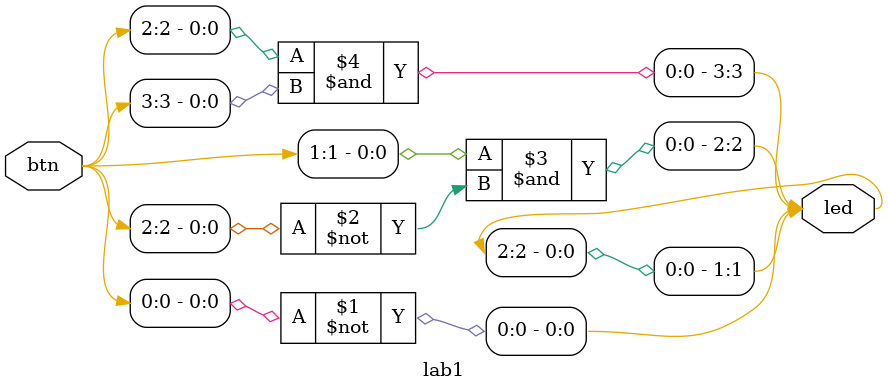
<source format=v>
`timescale 1ns / 1ps


module lab1(
    input [3:0] btn,
     output [3:0] led
    );
    
    assign led[0] = ~btn[0];
    assign led[1] = btn[1] & ~btn[2];
    assign led[3] = btn[2] & btn[3];
    assign led[2] = led[1] ;
     
endmodule

</source>
